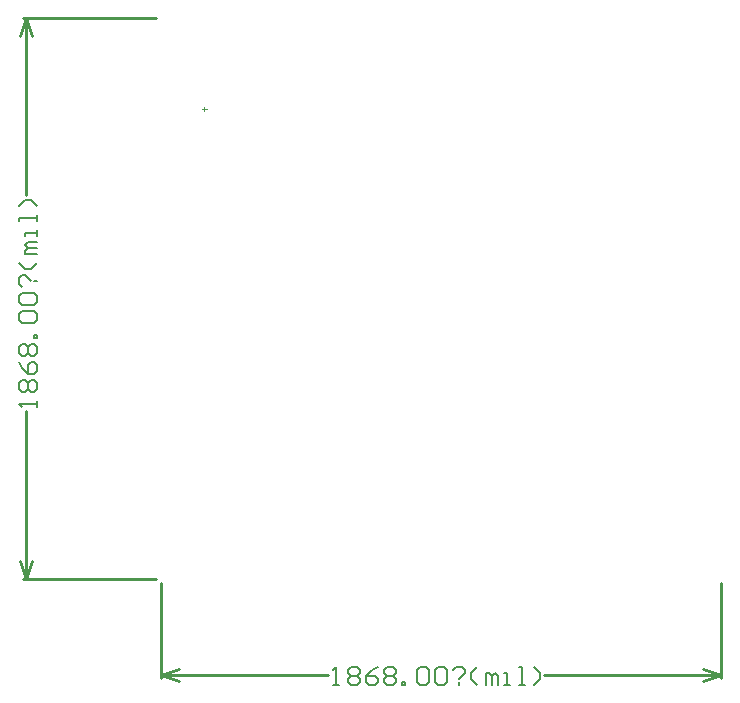
<source format=gm1>
%FSAX24Y24*%
%MOIN*%
G70*
G01*
G75*
G04 Layer_Color=16711935*
%ADD10R,0.0177X0.0118*%
%ADD11R,0.0118X0.0177*%
%ADD12O,0.0118X0.0709*%
%ADD13O,0.0709X0.0118*%
%ADD14R,0.0197X0.0925*%
%ADD15R,0.0925X0.0984*%
%ADD16R,0.0591X0.0591*%
%ADD17R,0.0551X0.0433*%
%ADD18R,0.1024X0.0945*%
%ADD19R,0.0433X0.0551*%
%ADD20R,0.0866X0.0787*%
%ADD21R,0.0236X0.0126*%
%ADD22R,0.0126X0.0236*%
%ADD23O,0.0354X0.0118*%
%ADD24O,0.0118X0.0354*%
%ADD25R,0.1024X0.1024*%
%ADD26O,0.0591X0.0236*%
%ADD27C,0.0080*%
%ADD28R,0.0591X0.0591*%
%ADD29C,0.0591*%
%ADD30C,0.0512*%
%ADD31C,0.0240*%
%ADD32C,0.0260*%
%ADD33O,0.0984X0.0276*%
%ADD34C,0.0020*%
%ADD35C,0.0236*%
%ADD36C,0.0098*%
%ADD37C,0.0079*%
%ADD38C,0.0100*%
%ADD39R,0.0257X0.0198*%
%ADD40R,0.0198X0.0257*%
%ADD41O,0.0198X0.0789*%
%ADD42O,0.0789X0.0198*%
%ADD43R,0.0277X0.1005*%
%ADD44R,0.1005X0.1064*%
%ADD45R,0.0671X0.0671*%
%ADD46R,0.0631X0.0513*%
%ADD47R,0.1104X0.1025*%
%ADD48R,0.0513X0.0631*%
%ADD49R,0.0946X0.0867*%
%ADD50R,0.0316X0.0206*%
%ADD51R,0.0206X0.0316*%
%ADD52O,0.0434X0.0198*%
%ADD53O,0.0198X0.0434*%
%ADD54R,0.1104X0.1104*%
%ADD55O,0.0671X0.0316*%
%ADD56R,0.0671X0.0671*%
%ADD57C,0.0671*%
%ADD58C,0.0592*%
%ADD59C,0.0320*%
%ADD60O,0.1064X0.0356*%
%ADD61C,0.0340*%
%ADD62C,0.0039*%
%ADD63C,0.0060*%
D38*
X039180Y027200D02*
Y030350D01*
X020500Y027200D02*
Y030350D01*
X033289Y027300D02*
X039180D01*
X020500D02*
X026071D01*
X038580Y027500D02*
X039180Y027300D01*
X038580Y027100D02*
X039180Y027300D01*
X020500D02*
X021100Y027100D01*
X020500Y027300D02*
X021100Y027500D01*
X015900Y049180D02*
X020350D01*
X015900Y030500D02*
X020350D01*
X016000Y043289D02*
Y049180D01*
Y030500D02*
Y036071D01*
X015800Y048580D02*
X016000Y049180D01*
X016200Y048580D01*
X016000Y030500D02*
X016200Y031100D01*
X015800D02*
X016000Y030500D01*
D62*
X021871Y046150D02*
X022029D01*
X021950Y046071D02*
Y046229D01*
D63*
X026231Y026940D02*
X026431D01*
X026331D01*
Y027540D01*
X026231Y027440D01*
X026731D02*
X026831Y027540D01*
X027031D01*
X027131Y027440D01*
Y027340D01*
X027031Y027240D01*
X027131Y027140D01*
Y027040D01*
X027031Y026940D01*
X026831D01*
X026731Y027040D01*
Y027140D01*
X026831Y027240D01*
X026731Y027340D01*
Y027440D01*
X026831Y027240D02*
X027031D01*
X027731Y027540D02*
X027531Y027440D01*
X027331Y027240D01*
Y027040D01*
X027431Y026940D01*
X027631D01*
X027731Y027040D01*
Y027140D01*
X027631Y027240D01*
X027331D01*
X027931Y027440D02*
X028031Y027540D01*
X028230D01*
X028330Y027440D01*
Y027340D01*
X028230Y027240D01*
X028330Y027140D01*
Y027040D01*
X028230Y026940D01*
X028031D01*
X027931Y027040D01*
Y027140D01*
X028031Y027240D01*
X027931Y027340D01*
Y027440D01*
X028031Y027240D02*
X028230D01*
X028530Y026940D02*
Y027040D01*
X028630D01*
Y026940D01*
X028530D01*
X029030Y027440D02*
X029130Y027540D01*
X029330D01*
X029430Y027440D01*
Y027040D01*
X029330Y026940D01*
X029130D01*
X029030Y027040D01*
Y027440D01*
X029630D02*
X029730Y027540D01*
X029930D01*
X030030Y027440D01*
Y027040D01*
X029930Y026940D01*
X029730D01*
X029630Y027040D01*
Y027440D01*
X030230D02*
X030330Y027540D01*
X030530D01*
X030630Y027440D01*
Y027340D01*
X030430Y027140D01*
Y027040D02*
Y026940D01*
X031030D02*
X030830Y027140D01*
Y027340D01*
X031030Y027540D01*
X031329Y026940D02*
Y027340D01*
X031429D01*
X031529Y027240D01*
Y026940D01*
Y027240D01*
X031629Y027340D01*
X031729Y027240D01*
Y026940D01*
X031929D02*
X032129D01*
X032029D01*
Y027340D01*
X031929D01*
X032429Y026940D02*
X032629D01*
X032529D01*
Y027540D01*
X032429D01*
X032929Y026940D02*
X033129Y027140D01*
Y027340D01*
X032929Y027540D01*
X016360Y036231D02*
Y036431D01*
Y036331D01*
X015760D01*
X015860Y036231D01*
Y036731D02*
X015760Y036831D01*
Y037031D01*
X015860Y037131D01*
X015960D01*
X016060Y037031D01*
X016160Y037131D01*
X016260D01*
X016360Y037031D01*
Y036831D01*
X016260Y036731D01*
X016160D01*
X016060Y036831D01*
X015960Y036731D01*
X015860D01*
X016060Y036831D02*
Y037031D01*
X015760Y037731D02*
X015860Y037531D01*
X016060Y037331D01*
X016260D01*
X016360Y037431D01*
Y037631D01*
X016260Y037731D01*
X016160D01*
X016060Y037631D01*
Y037331D01*
X015860Y037931D02*
X015760Y038031D01*
Y038230D01*
X015860Y038330D01*
X015960D01*
X016060Y038230D01*
X016160Y038330D01*
X016260D01*
X016360Y038230D01*
Y038031D01*
X016260Y037931D01*
X016160D01*
X016060Y038031D01*
X015960Y037931D01*
X015860D01*
X016060Y038031D02*
Y038230D01*
X016360Y038530D02*
X016260D01*
Y038630D01*
X016360D01*
Y038530D01*
X015860Y039030D02*
X015760Y039130D01*
Y039330D01*
X015860Y039430D01*
X016260D01*
X016360Y039330D01*
Y039130D01*
X016260Y039030D01*
X015860D01*
Y039630D02*
X015760Y039730D01*
Y039930D01*
X015860Y040030D01*
X016260D01*
X016360Y039930D01*
Y039730D01*
X016260Y039630D01*
X015860D01*
Y040230D02*
X015760Y040330D01*
Y040530D01*
X015860Y040630D01*
X015960D01*
X016160Y040430D01*
X016260D02*
X016360D01*
Y041030D02*
X016160Y040830D01*
X015960D01*
X015760Y041030D01*
X016360Y041329D02*
X015960D01*
Y041429D01*
X016060Y041529D01*
X016360D01*
X016060D01*
X015960Y041629D01*
X016060Y041729D01*
X016360D01*
Y041929D02*
Y042129D01*
Y042029D01*
X015960D01*
Y041929D01*
X016360Y042429D02*
Y042629D01*
Y042529D01*
X015760D01*
Y042429D01*
X016360Y042929D02*
X016160Y043129D01*
X015960D01*
X015760Y042929D01*
M02*

</source>
